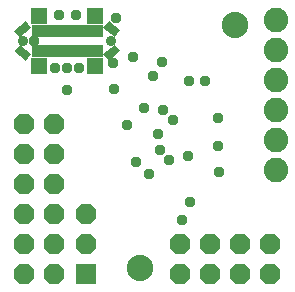
<source format=gbs>
G75*
%MOIN*%
%OFA0B0*%
%FSLAX25Y25*%
%IPPOS*%
%LPD*%
%AMOC8*
5,1,8,0,0,1.08239X$1,22.5*
%
%ADD10C,0.08800*%
%ADD11C,0.08200*%
%ADD12OC8,0.06800*%
%ADD13R,0.01981X0.04146*%
%ADD14R,0.04855X0.02769*%
%ADD15R,0.05556X0.05556*%
%ADD16C,0.03556*%
%ADD17R,0.06800X0.06800*%
%ADD18C,0.03778*%
D10*
X0053300Y0016700D03*
X0085100Y0097600D03*
D11*
X0098500Y0099500D03*
X0098500Y0089500D03*
X0098500Y0079500D03*
X0098500Y0069500D03*
X0098500Y0059500D03*
X0098500Y0049500D03*
D12*
X0014700Y0014800D03*
X0014700Y0024800D03*
X0014700Y0034800D03*
X0024700Y0034800D03*
X0024700Y0024800D03*
X0024700Y0014800D03*
X0035400Y0024800D03*
X0035400Y0034800D03*
X0024700Y0044800D03*
X0024700Y0054800D03*
X0024700Y0064800D03*
X0014700Y0064800D03*
X0014700Y0054800D03*
X0014700Y0044800D03*
X0066600Y0024700D03*
X0066600Y0014700D03*
X0076600Y0014700D03*
X0076600Y0024700D03*
X0086600Y0024700D03*
X0086600Y0014700D03*
X0096600Y0014700D03*
X0096600Y0024700D03*
D13*
X0039827Y0089132D03*
X0037858Y0089132D03*
X0035890Y0089132D03*
X0033921Y0089132D03*
X0031953Y0089132D03*
X0029984Y0089132D03*
X0028016Y0089132D03*
X0026047Y0089132D03*
X0024079Y0089132D03*
X0022110Y0089132D03*
X0020142Y0089132D03*
X0018173Y0089132D03*
X0018173Y0095668D03*
X0020142Y0095668D03*
X0022110Y0095668D03*
X0024079Y0095668D03*
X0026047Y0095668D03*
X0028016Y0095668D03*
X0029984Y0095668D03*
X0031953Y0095668D03*
X0033921Y0095668D03*
X0035890Y0095668D03*
X0037858Y0095668D03*
X0039827Y0095668D03*
D14*
G36*
X0042828Y0098939D02*
X0046600Y0095886D01*
X0044858Y0093735D01*
X0041086Y0096788D01*
X0042828Y0098939D01*
G37*
G36*
X0046600Y0088914D02*
X0042828Y0085861D01*
X0041086Y0088012D01*
X0044858Y0091065D01*
X0046600Y0088914D01*
G37*
G36*
X0013142Y0091065D02*
X0016914Y0088012D01*
X0015172Y0085861D01*
X0011400Y0088914D01*
X0013142Y0091065D01*
G37*
G36*
X0016954Y0096749D02*
X0013182Y0093696D01*
X0011440Y0095847D01*
X0015212Y0098900D01*
X0016954Y0096749D01*
G37*
D15*
X0019551Y0100865D03*
X0019551Y0083935D03*
X0038449Y0083935D03*
X0038449Y0100865D03*
D16*
X0043764Y0092400D03*
X0014236Y0092400D03*
D17*
X0035400Y0014800D03*
D18*
X0067200Y0032800D03*
X0070100Y0038700D03*
X0079600Y0048700D03*
X0079400Y0057300D03*
X0079300Y0066700D03*
X0075100Y0079100D03*
X0069500Y0079000D03*
X0060600Y0085500D03*
X0057500Y0080600D03*
X0051000Y0087000D03*
X0044400Y0085100D03*
X0044700Y0076400D03*
X0054700Y0070200D03*
X0048800Y0064300D03*
X0059300Y0061300D03*
X0064200Y0066100D03*
X0061000Y0069300D03*
X0059900Y0056000D03*
X0063000Y0052800D03*
X0069300Y0053900D03*
X0056200Y0048200D03*
X0052000Y0052200D03*
X0028800Y0076000D03*
X0029100Y0083400D03*
X0033000Y0083400D03*
X0025000Y0083400D03*
X0017900Y0092400D03*
X0026200Y0101200D03*
X0031800Y0101100D03*
X0045200Y0100200D03*
M02*

</source>
